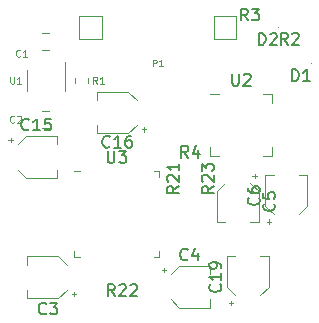
<source format=gbr>
%TF.GenerationSoftware,KiCad,Pcbnew,6.0.9*%
%TF.CreationDate,2022-12-15T21:13:34+01:00*%
%TF.ProjectId,Expansion_Card,45787061-6e73-4696-9f6e-5f436172642e,X1*%
%TF.SameCoordinates,Original*%
%TF.FileFunction,Legend,Top*%
%TF.FilePolarity,Positive*%
%FSLAX46Y46*%
G04 Gerber Fmt 4.6, Leading zero omitted, Abs format (unit mm)*
G04 Created by KiCad (PCBNEW 6.0.9) date 2022-12-15 21:13:34*
%MOMM*%
%LPD*%
G01*
G04 APERTURE LIST*
%ADD10C,0.150000*%
%ADD11C,0.101600*%
%ADD12C,0.120000*%
%ADD13C,0.100000*%
G04 APERTURE END LIST*
D10*
%TO.C,U3*%
X135763095Y-138452380D02*
X135763095Y-139261904D01*
X135810714Y-139357142D01*
X135858333Y-139404761D01*
X135953571Y-139452380D01*
X136144047Y-139452380D01*
X136239285Y-139404761D01*
X136286904Y-139357142D01*
X136334523Y-139261904D01*
X136334523Y-138452380D01*
X136715476Y-138452380D02*
X137334523Y-138452380D01*
X137001190Y-138833333D01*
X137144047Y-138833333D01*
X137239285Y-138880952D01*
X137286904Y-138928571D01*
X137334523Y-139023809D01*
X137334523Y-139261904D01*
X137286904Y-139357142D01*
X137239285Y-139404761D01*
X137144047Y-139452380D01*
X136858333Y-139452380D01*
X136763095Y-139404761D01*
X136715476Y-139357142D01*
%TO.C,U2*%
X146288095Y-131927380D02*
X146288095Y-132736904D01*
X146335714Y-132832142D01*
X146383333Y-132879761D01*
X146478571Y-132927380D01*
X146669047Y-132927380D01*
X146764285Y-132879761D01*
X146811904Y-132832142D01*
X146859523Y-132736904D01*
X146859523Y-131927380D01*
X147288095Y-132022619D02*
X147335714Y-131975000D01*
X147430952Y-131927380D01*
X147669047Y-131927380D01*
X147764285Y-131975000D01*
X147811904Y-132022619D01*
X147859523Y-132117857D01*
X147859523Y-132213095D01*
X147811904Y-132355952D01*
X147240476Y-132927380D01*
X147859523Y-132927380D01*
%TO.C,R23*%
X144727380Y-141442857D02*
X144251190Y-141776190D01*
X144727380Y-142014285D02*
X143727380Y-142014285D01*
X143727380Y-141633333D01*
X143775000Y-141538095D01*
X143822619Y-141490476D01*
X143917857Y-141442857D01*
X144060714Y-141442857D01*
X144155952Y-141490476D01*
X144203571Y-141538095D01*
X144251190Y-141633333D01*
X144251190Y-142014285D01*
X143822619Y-141061904D02*
X143775000Y-141014285D01*
X143727380Y-140919047D01*
X143727380Y-140680952D01*
X143775000Y-140585714D01*
X143822619Y-140538095D01*
X143917857Y-140490476D01*
X144013095Y-140490476D01*
X144155952Y-140538095D01*
X144727380Y-141109523D01*
X144727380Y-140490476D01*
X143727380Y-140157142D02*
X143727380Y-139538095D01*
X144108333Y-139871428D01*
X144108333Y-139728571D01*
X144155952Y-139633333D01*
X144203571Y-139585714D01*
X144298809Y-139538095D01*
X144536904Y-139538095D01*
X144632142Y-139585714D01*
X144679761Y-139633333D01*
X144727380Y-139728571D01*
X144727380Y-140014285D01*
X144679761Y-140109523D01*
X144632142Y-140157142D01*
%TO.C,R22*%
X136357142Y-150752380D02*
X136023809Y-150276190D01*
X135785714Y-150752380D02*
X135785714Y-149752380D01*
X136166666Y-149752380D01*
X136261904Y-149800000D01*
X136309523Y-149847619D01*
X136357142Y-149942857D01*
X136357142Y-150085714D01*
X136309523Y-150180952D01*
X136261904Y-150228571D01*
X136166666Y-150276190D01*
X135785714Y-150276190D01*
X136738095Y-149847619D02*
X136785714Y-149800000D01*
X136880952Y-149752380D01*
X137119047Y-149752380D01*
X137214285Y-149800000D01*
X137261904Y-149847619D01*
X137309523Y-149942857D01*
X137309523Y-150038095D01*
X137261904Y-150180952D01*
X136690476Y-150752380D01*
X137309523Y-150752380D01*
X137690476Y-149847619D02*
X137738095Y-149800000D01*
X137833333Y-149752380D01*
X138071428Y-149752380D01*
X138166666Y-149800000D01*
X138214285Y-149847619D01*
X138261904Y-149942857D01*
X138261904Y-150038095D01*
X138214285Y-150180952D01*
X137642857Y-150752380D01*
X138261904Y-150752380D01*
%TO.C,R21*%
X141802380Y-141442857D02*
X141326190Y-141776190D01*
X141802380Y-142014285D02*
X140802380Y-142014285D01*
X140802380Y-141633333D01*
X140850000Y-141538095D01*
X140897619Y-141490476D01*
X140992857Y-141442857D01*
X141135714Y-141442857D01*
X141230952Y-141490476D01*
X141278571Y-141538095D01*
X141326190Y-141633333D01*
X141326190Y-142014285D01*
X140897619Y-141061904D02*
X140850000Y-141014285D01*
X140802380Y-140919047D01*
X140802380Y-140680952D01*
X140850000Y-140585714D01*
X140897619Y-140538095D01*
X140992857Y-140490476D01*
X141088095Y-140490476D01*
X141230952Y-140538095D01*
X141802380Y-141109523D01*
X141802380Y-140490476D01*
X141802380Y-139538095D02*
X141802380Y-140109523D01*
X141802380Y-139823809D02*
X140802380Y-139823809D01*
X140945238Y-139919047D01*
X141040476Y-140014285D01*
X141088095Y-140109523D01*
%TO.C,R4*%
X142583333Y-139027380D02*
X142250000Y-138551190D01*
X142011904Y-139027380D02*
X142011904Y-138027380D01*
X142392857Y-138027380D01*
X142488095Y-138075000D01*
X142535714Y-138122619D01*
X142583333Y-138217857D01*
X142583333Y-138360714D01*
X142535714Y-138455952D01*
X142488095Y-138503571D01*
X142392857Y-138551190D01*
X142011904Y-138551190D01*
X143440476Y-138360714D02*
X143440476Y-139027380D01*
X143202380Y-137979761D02*
X142964285Y-138694047D01*
X143583333Y-138694047D01*
%TO.C,R3*%
X147633333Y-127402380D02*
X147300000Y-126926190D01*
X147061904Y-127402380D02*
X147061904Y-126402380D01*
X147442857Y-126402380D01*
X147538095Y-126450000D01*
X147585714Y-126497619D01*
X147633333Y-126592857D01*
X147633333Y-126735714D01*
X147585714Y-126830952D01*
X147538095Y-126878571D01*
X147442857Y-126926190D01*
X147061904Y-126926190D01*
X147966666Y-126402380D02*
X148585714Y-126402380D01*
X148252380Y-126783333D01*
X148395238Y-126783333D01*
X148490476Y-126830952D01*
X148538095Y-126878571D01*
X148585714Y-126973809D01*
X148585714Y-127211904D01*
X148538095Y-127307142D01*
X148490476Y-127354761D01*
X148395238Y-127402380D01*
X148109523Y-127402380D01*
X148014285Y-127354761D01*
X147966666Y-127307142D01*
%TO.C,R2*%
X151008333Y-129452380D02*
X150675000Y-128976190D01*
X150436904Y-129452380D02*
X150436904Y-128452380D01*
X150817857Y-128452380D01*
X150913095Y-128500000D01*
X150960714Y-128547619D01*
X151008333Y-128642857D01*
X151008333Y-128785714D01*
X150960714Y-128880952D01*
X150913095Y-128928571D01*
X150817857Y-128976190D01*
X150436904Y-128976190D01*
X151389285Y-128547619D02*
X151436904Y-128500000D01*
X151532142Y-128452380D01*
X151770238Y-128452380D01*
X151865476Y-128500000D01*
X151913095Y-128547619D01*
X151960714Y-128642857D01*
X151960714Y-128738095D01*
X151913095Y-128880952D01*
X151341666Y-129452380D01*
X151960714Y-129452380D01*
%TO.C,D2*%
X148561904Y-129502380D02*
X148561904Y-128502380D01*
X148800000Y-128502380D01*
X148942857Y-128550000D01*
X149038095Y-128645238D01*
X149085714Y-128740476D01*
X149133333Y-128930952D01*
X149133333Y-129073809D01*
X149085714Y-129264285D01*
X149038095Y-129359523D01*
X148942857Y-129454761D01*
X148800000Y-129502380D01*
X148561904Y-129502380D01*
X149514285Y-128597619D02*
X149561904Y-128550000D01*
X149657142Y-128502380D01*
X149895238Y-128502380D01*
X149990476Y-128550000D01*
X150038095Y-128597619D01*
X150085714Y-128692857D01*
X150085714Y-128788095D01*
X150038095Y-128930952D01*
X149466666Y-129502380D01*
X150085714Y-129502380D01*
%TO.C,D1*%
X151361904Y-132552380D02*
X151361904Y-131552380D01*
X151600000Y-131552380D01*
X151742857Y-131600000D01*
X151838095Y-131695238D01*
X151885714Y-131790476D01*
X151933333Y-131980952D01*
X151933333Y-132123809D01*
X151885714Y-132314285D01*
X151838095Y-132409523D01*
X151742857Y-132504761D01*
X151600000Y-132552380D01*
X151361904Y-132552380D01*
X152885714Y-132552380D02*
X152314285Y-132552380D01*
X152600000Y-132552380D02*
X152600000Y-131552380D01*
X152504761Y-131695238D01*
X152409523Y-131790476D01*
X152314285Y-131838095D01*
%TO.C,C19*%
X145282142Y-149767857D02*
X145329761Y-149815476D01*
X145377380Y-149958333D01*
X145377380Y-150053571D01*
X145329761Y-150196428D01*
X145234523Y-150291666D01*
X145139285Y-150339285D01*
X144948809Y-150386904D01*
X144805952Y-150386904D01*
X144615476Y-150339285D01*
X144520238Y-150291666D01*
X144425000Y-150196428D01*
X144377380Y-150053571D01*
X144377380Y-149958333D01*
X144425000Y-149815476D01*
X144472619Y-149767857D01*
X145377380Y-148815476D02*
X145377380Y-149386904D01*
X145377380Y-149101190D02*
X144377380Y-149101190D01*
X144520238Y-149196428D01*
X144615476Y-149291666D01*
X144663095Y-149386904D01*
X145377380Y-148339285D02*
X145377380Y-148148809D01*
X145329761Y-148053571D01*
X145282142Y-148005952D01*
X145139285Y-147910714D01*
X144948809Y-147863095D01*
X144567857Y-147863095D01*
X144472619Y-147910714D01*
X144425000Y-147958333D01*
X144377380Y-148053571D01*
X144377380Y-148244047D01*
X144425000Y-148339285D01*
X144472619Y-148386904D01*
X144567857Y-148434523D01*
X144805952Y-148434523D01*
X144901190Y-148386904D01*
X144948809Y-148339285D01*
X144996428Y-148244047D01*
X144996428Y-148053571D01*
X144948809Y-147958333D01*
X144901190Y-147910714D01*
X144805952Y-147863095D01*
%TO.C,C16*%
X135932142Y-138082142D02*
X135884523Y-138129761D01*
X135741666Y-138177380D01*
X135646428Y-138177380D01*
X135503571Y-138129761D01*
X135408333Y-138034523D01*
X135360714Y-137939285D01*
X135313095Y-137748809D01*
X135313095Y-137605952D01*
X135360714Y-137415476D01*
X135408333Y-137320238D01*
X135503571Y-137225000D01*
X135646428Y-137177380D01*
X135741666Y-137177380D01*
X135884523Y-137225000D01*
X135932142Y-137272619D01*
X136884523Y-138177380D02*
X136313095Y-138177380D01*
X136598809Y-138177380D02*
X136598809Y-137177380D01*
X136503571Y-137320238D01*
X136408333Y-137415476D01*
X136313095Y-137463095D01*
X137741666Y-137177380D02*
X137551190Y-137177380D01*
X137455952Y-137225000D01*
X137408333Y-137272619D01*
X137313095Y-137415476D01*
X137265476Y-137605952D01*
X137265476Y-137986904D01*
X137313095Y-138082142D01*
X137360714Y-138129761D01*
X137455952Y-138177380D01*
X137646428Y-138177380D01*
X137741666Y-138129761D01*
X137789285Y-138082142D01*
X137836904Y-137986904D01*
X137836904Y-137748809D01*
X137789285Y-137653571D01*
X137741666Y-137605952D01*
X137646428Y-137558333D01*
X137455952Y-137558333D01*
X137360714Y-137605952D01*
X137313095Y-137653571D01*
X137265476Y-137748809D01*
%TO.C,C15*%
X129082142Y-136632142D02*
X129034523Y-136679761D01*
X128891666Y-136727380D01*
X128796428Y-136727380D01*
X128653571Y-136679761D01*
X128558333Y-136584523D01*
X128510714Y-136489285D01*
X128463095Y-136298809D01*
X128463095Y-136155952D01*
X128510714Y-135965476D01*
X128558333Y-135870238D01*
X128653571Y-135775000D01*
X128796428Y-135727380D01*
X128891666Y-135727380D01*
X129034523Y-135775000D01*
X129082142Y-135822619D01*
X130034523Y-136727380D02*
X129463095Y-136727380D01*
X129748809Y-136727380D02*
X129748809Y-135727380D01*
X129653571Y-135870238D01*
X129558333Y-135965476D01*
X129463095Y-136013095D01*
X130939285Y-135727380D02*
X130463095Y-135727380D01*
X130415476Y-136203571D01*
X130463095Y-136155952D01*
X130558333Y-136108333D01*
X130796428Y-136108333D01*
X130891666Y-136155952D01*
X130939285Y-136203571D01*
X130986904Y-136298809D01*
X130986904Y-136536904D01*
X130939285Y-136632142D01*
X130891666Y-136679761D01*
X130796428Y-136727380D01*
X130558333Y-136727380D01*
X130463095Y-136679761D01*
X130415476Y-136632142D01*
%TO.C,C6*%
X148532142Y-142416666D02*
X148579761Y-142464285D01*
X148627380Y-142607142D01*
X148627380Y-142702380D01*
X148579761Y-142845238D01*
X148484523Y-142940476D01*
X148389285Y-142988095D01*
X148198809Y-143035714D01*
X148055952Y-143035714D01*
X147865476Y-142988095D01*
X147770238Y-142940476D01*
X147675000Y-142845238D01*
X147627380Y-142702380D01*
X147627380Y-142607142D01*
X147675000Y-142464285D01*
X147722619Y-142416666D01*
X147627380Y-141559523D02*
X147627380Y-141750000D01*
X147675000Y-141845238D01*
X147722619Y-141892857D01*
X147865476Y-141988095D01*
X148055952Y-142035714D01*
X148436904Y-142035714D01*
X148532142Y-141988095D01*
X148579761Y-141940476D01*
X148627380Y-141845238D01*
X148627380Y-141654761D01*
X148579761Y-141559523D01*
X148532142Y-141511904D01*
X148436904Y-141464285D01*
X148198809Y-141464285D01*
X148103571Y-141511904D01*
X148055952Y-141559523D01*
X148008333Y-141654761D01*
X148008333Y-141845238D01*
X148055952Y-141940476D01*
X148103571Y-141988095D01*
X148198809Y-142035714D01*
%TO.C,C5*%
X149832142Y-142916666D02*
X149879761Y-142964285D01*
X149927380Y-143107142D01*
X149927380Y-143202380D01*
X149879761Y-143345238D01*
X149784523Y-143440476D01*
X149689285Y-143488095D01*
X149498809Y-143535714D01*
X149355952Y-143535714D01*
X149165476Y-143488095D01*
X149070238Y-143440476D01*
X148975000Y-143345238D01*
X148927380Y-143202380D01*
X148927380Y-143107142D01*
X148975000Y-142964285D01*
X149022619Y-142916666D01*
X148927380Y-142011904D02*
X148927380Y-142488095D01*
X149403571Y-142535714D01*
X149355952Y-142488095D01*
X149308333Y-142392857D01*
X149308333Y-142154761D01*
X149355952Y-142059523D01*
X149403571Y-142011904D01*
X149498809Y-141964285D01*
X149736904Y-141964285D01*
X149832142Y-142011904D01*
X149879761Y-142059523D01*
X149927380Y-142154761D01*
X149927380Y-142392857D01*
X149879761Y-142488095D01*
X149832142Y-142535714D01*
%TO.C,C4*%
X142533333Y-147632142D02*
X142485714Y-147679761D01*
X142342857Y-147727380D01*
X142247619Y-147727380D01*
X142104761Y-147679761D01*
X142009523Y-147584523D01*
X141961904Y-147489285D01*
X141914285Y-147298809D01*
X141914285Y-147155952D01*
X141961904Y-146965476D01*
X142009523Y-146870238D01*
X142104761Y-146775000D01*
X142247619Y-146727380D01*
X142342857Y-146727380D01*
X142485714Y-146775000D01*
X142533333Y-146822619D01*
X143390476Y-147060714D02*
X143390476Y-147727380D01*
X143152380Y-146679761D02*
X142914285Y-147394047D01*
X143533333Y-147394047D01*
%TO.C,C3*%
X130558333Y-152207142D02*
X130510714Y-152254761D01*
X130367857Y-152302380D01*
X130272619Y-152302380D01*
X130129761Y-152254761D01*
X130034523Y-152159523D01*
X129986904Y-152064285D01*
X129939285Y-151873809D01*
X129939285Y-151730952D01*
X129986904Y-151540476D01*
X130034523Y-151445238D01*
X130129761Y-151350000D01*
X130272619Y-151302380D01*
X130367857Y-151302380D01*
X130510714Y-151350000D01*
X130558333Y-151397619D01*
X130891666Y-151302380D02*
X131510714Y-151302380D01*
X131177380Y-151683333D01*
X131320238Y-151683333D01*
X131415476Y-151730952D01*
X131463095Y-151778571D01*
X131510714Y-151873809D01*
X131510714Y-152111904D01*
X131463095Y-152207142D01*
X131415476Y-152254761D01*
X131320238Y-152302380D01*
X131034523Y-152302380D01*
X130939285Y-152254761D01*
X130891666Y-152207142D01*
D11*
%TO.C,R1*%
X134872633Y-132764280D02*
X134677900Y-132486090D01*
X134538804Y-132764280D02*
X134538804Y-132180080D01*
X134761357Y-132180080D01*
X134816995Y-132207900D01*
X134844814Y-132235719D01*
X134872633Y-132291357D01*
X134872633Y-132374814D01*
X134844814Y-132430452D01*
X134816995Y-132458271D01*
X134761357Y-132486090D01*
X134538804Y-132486090D01*
X135429014Y-132764280D02*
X135095185Y-132764280D01*
X135262100Y-132764280D02*
X135262100Y-132180080D01*
X135206461Y-132263538D01*
X135150823Y-132319176D01*
X135095185Y-132346995D01*
%TO.C,C2*%
X127862633Y-136010642D02*
X127834814Y-136038461D01*
X127751357Y-136066280D01*
X127695719Y-136066280D01*
X127612261Y-136038461D01*
X127556623Y-135982823D01*
X127528804Y-135927185D01*
X127500985Y-135815909D01*
X127500985Y-135732452D01*
X127528804Y-135621176D01*
X127556623Y-135565538D01*
X127612261Y-135509900D01*
X127695719Y-135482080D01*
X127751357Y-135482080D01*
X127834814Y-135509900D01*
X127862633Y-135537719D01*
X128085185Y-135537719D02*
X128113004Y-135509900D01*
X128168642Y-135482080D01*
X128307738Y-135482080D01*
X128363376Y-135509900D01*
X128391195Y-135537719D01*
X128419014Y-135593357D01*
X128419014Y-135648995D01*
X128391195Y-135732452D01*
X128057366Y-136066280D01*
X128419014Y-136066280D01*
%TO.C,U1*%
X127514895Y-132180080D02*
X127514895Y-132653004D01*
X127542714Y-132708642D01*
X127570533Y-132736461D01*
X127626171Y-132764280D01*
X127737447Y-132764280D01*
X127793085Y-132736461D01*
X127820904Y-132708642D01*
X127848723Y-132653004D01*
X127848723Y-132180080D01*
X128432923Y-132764280D02*
X128099095Y-132764280D01*
X128266009Y-132764280D02*
X128266009Y-132180080D01*
X128210371Y-132263538D01*
X128154733Y-132319176D01*
X128099095Y-132346995D01*
%TO.C,C1*%
X128370633Y-130422642D02*
X128342814Y-130450461D01*
X128259357Y-130478280D01*
X128203719Y-130478280D01*
X128120261Y-130450461D01*
X128064623Y-130394823D01*
X128036804Y-130339185D01*
X128008985Y-130227909D01*
X128008985Y-130144452D01*
X128036804Y-130033176D01*
X128064623Y-129977538D01*
X128120261Y-129921900D01*
X128203719Y-129894080D01*
X128259357Y-129894080D01*
X128342814Y-129921900D01*
X128370633Y-129949719D01*
X128927014Y-130478280D02*
X128593185Y-130478280D01*
X128760100Y-130478280D02*
X128760100Y-129894080D01*
X128704461Y-129977538D01*
X128648823Y-130033176D01*
X128593185Y-130060995D01*
%TO.C,P1*%
X139568804Y-131304280D02*
X139568804Y-130720080D01*
X139791357Y-130720080D01*
X139846995Y-130747900D01*
X139874814Y-130775719D01*
X139902633Y-130831357D01*
X139902633Y-130914814D01*
X139874814Y-130970452D01*
X139846995Y-130998271D01*
X139791357Y-131026090D01*
X139568804Y-131026090D01*
X140459014Y-131304280D02*
X140125185Y-131304280D01*
X140292100Y-131304280D02*
X140292100Y-130720080D01*
X140236461Y-130803538D01*
X140180823Y-130859176D01*
X140125185Y-130886995D01*
D12*
%TO.C,U3*%
X133390000Y-147410000D02*
X132915000Y-147410000D01*
X140135000Y-140190000D02*
X140135000Y-140665000D01*
X139660000Y-147410000D02*
X140135000Y-147410000D01*
X139660000Y-140190000D02*
X140135000Y-140190000D01*
X132915000Y-147410000D02*
X132915000Y-146935000D01*
X140135000Y-147410000D02*
X140135000Y-146935000D01*
X133390000Y-140190000D02*
X132915000Y-140190000D01*
%TO.C,U2*%
X144440000Y-138885000D02*
X144440000Y-138160000D01*
X145165000Y-138885000D02*
X144440000Y-138885000D01*
X149660000Y-133665000D02*
X149660000Y-134390000D01*
X145165000Y-133665000D02*
X144440000Y-133665000D01*
X148935000Y-133665000D02*
X149660000Y-133665000D01*
X148935000Y-138885000D02*
X149660000Y-138885000D01*
X149660000Y-138885000D02*
X149660000Y-138160000D01*
D13*
%TO.C,D2*%
X150210000Y-128000000D02*
G75*
G03*
X150210000Y-128000000I-50000J0D01*
G01*
%TO.C,D1*%
X153010000Y-131050000D02*
G75*
G03*
X153010000Y-131050000I-50000J0D01*
G01*
D12*
%TO.C,C19*%
X146565000Y-150695563D02*
X145865000Y-149995563D01*
X146190000Y-151500000D02*
X146190000Y-151125000D01*
X145865000Y-147365000D02*
X146565000Y-147365000D01*
X145865000Y-149995563D02*
X145865000Y-147365000D01*
X148685000Y-150695563D02*
X149385000Y-149995563D01*
X146002500Y-151312500D02*
X146377500Y-151312500D01*
X149385000Y-147365000D02*
X148685000Y-147365000D01*
X149385000Y-149995563D02*
X149385000Y-147365000D01*
%TO.C,C16*%
X137520563Y-133440000D02*
X134890000Y-133440000D01*
X134890000Y-133440000D02*
X134890000Y-134140000D01*
X138837500Y-136822500D02*
X138837500Y-136447500D01*
X138220563Y-134140000D02*
X137520563Y-133440000D01*
X137520563Y-136960000D02*
X134890000Y-136960000D01*
X134890000Y-136960000D02*
X134890000Y-136260000D01*
X139025000Y-136635000D02*
X138650000Y-136635000D01*
X138220563Y-136260000D02*
X137520563Y-136960000D01*
%TO.C,C15*%
X128854437Y-140735000D02*
X131485000Y-140735000D01*
X131485000Y-140735000D02*
X131485000Y-140035000D01*
X127537500Y-137352500D02*
X127537500Y-137727500D01*
X128154437Y-140035000D02*
X128854437Y-140735000D01*
X128854437Y-137215000D02*
X131485000Y-137215000D01*
X131485000Y-137215000D02*
X131485000Y-137915000D01*
X127350000Y-137540000D02*
X127725000Y-137540000D01*
X128154437Y-137915000D02*
X128854437Y-137215000D01*
%TO.C,C6*%
X149815000Y-143820563D02*
X149115000Y-143120563D01*
X149440000Y-144625000D02*
X149440000Y-144250000D01*
X149115000Y-140490000D02*
X149815000Y-140490000D01*
X149115000Y-143120563D02*
X149115000Y-140490000D01*
X151935000Y-143820563D02*
X152635000Y-143120563D01*
X149252500Y-144437500D02*
X149627500Y-144437500D01*
X152635000Y-140490000D02*
X151935000Y-140490000D01*
X152635000Y-143120563D02*
X152635000Y-140490000D01*
%TO.C,C5*%
X147835000Y-141179437D02*
X148535000Y-141879437D01*
X148210000Y-140375000D02*
X148210000Y-140750000D01*
X148535000Y-144510000D02*
X147835000Y-144510000D01*
X148535000Y-141879437D02*
X148535000Y-144510000D01*
X145715000Y-141179437D02*
X145015000Y-141879437D01*
X148397500Y-140562500D02*
X148022500Y-140562500D01*
X145015000Y-144510000D02*
X145715000Y-144510000D01*
X145015000Y-141879437D02*
X145015000Y-144510000D01*
%TO.C,C4*%
X141129437Y-148915000D02*
X141829437Y-148215000D01*
X140325000Y-148540000D02*
X140700000Y-148540000D01*
X144460000Y-148215000D02*
X144460000Y-148915000D01*
X141829437Y-148215000D02*
X144460000Y-148215000D01*
X141129437Y-151035000D02*
X141829437Y-151735000D01*
X140512500Y-148352500D02*
X140512500Y-148727500D01*
X144460000Y-151735000D02*
X144460000Y-151035000D01*
X141829437Y-151735000D02*
X144460000Y-151735000D01*
%TO.C,C3*%
X132295563Y-150210000D02*
X131595563Y-150910000D01*
X133100000Y-150585000D02*
X132725000Y-150585000D01*
X128965000Y-150910000D02*
X128965000Y-150210000D01*
X131595563Y-150910000D02*
X128965000Y-150910000D01*
X132295563Y-148090000D02*
X131595563Y-147390000D01*
X132912500Y-150772500D02*
X132912500Y-150397500D01*
X128965000Y-147390000D02*
X128965000Y-148090000D01*
X131595563Y-147390000D02*
X128965000Y-147390000D01*
%TO.C,R1*%
X133017500Y-132262742D02*
X133017500Y-132737258D01*
X134062500Y-132262742D02*
X134062500Y-132737258D01*
%TO.C,C2*%
X130761252Y-136537000D02*
X130238748Y-136537000D01*
X130761252Y-135067000D02*
X130238748Y-135067000D01*
%TO.C,U1*%
X132110000Y-133400000D02*
X132110000Y-130950000D01*
X128890000Y-131600000D02*
X128890000Y-133400000D01*
%TO.C,C1*%
X130761252Y-129933000D02*
X130238748Y-129933000D01*
X130761252Y-128463000D02*
X130238748Y-128463000D01*
%TO.C,TP1*%
X133350000Y-127050000D02*
X135250000Y-127050000D01*
X133350000Y-128950000D02*
X133350000Y-127050000D01*
X135250000Y-128950000D02*
X133350000Y-128950000D01*
X135250000Y-127050000D02*
X135250000Y-128950000D01*
%TO.C,TP3*%
X146650000Y-127050000D02*
X146650000Y-128950000D01*
X144750000Y-127050000D02*
X146650000Y-127050000D01*
X144750000Y-128950000D02*
X144750000Y-127050000D01*
X146650000Y-128950000D02*
X144750000Y-128950000D01*
%TD*%
M02*

</source>
